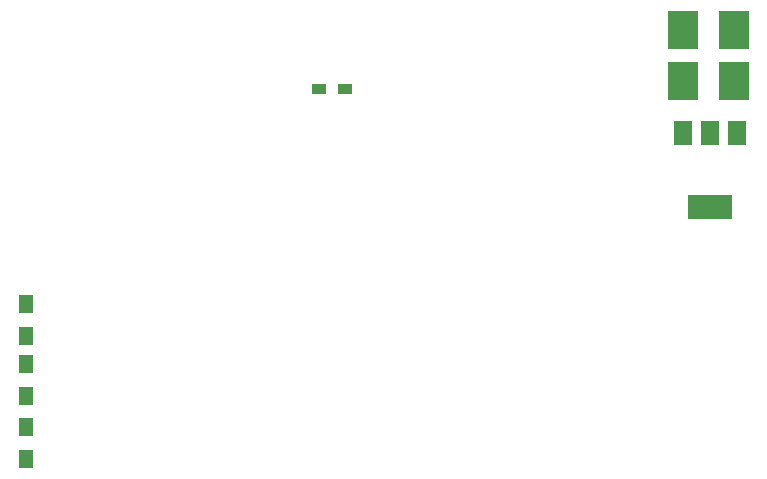
<source format=gtp>
G04 #@! TF.GenerationSoftware,KiCad,Pcbnew,no-vcs-found-5f4599f~59~ubuntu16.04.1*
G04 #@! TF.CreationDate,2017-07-19T11:29:47+03:00*
G04 #@! TF.ProjectId,serial_gw_maple_mini,73657269616C5F67775F6D61706C655F,rev?*
G04 #@! TF.SameCoordinates,Original
G04 #@! TF.FileFunction,Paste,Top*
G04 #@! TF.FilePolarity,Positive*
%FSLAX46Y46*%
G04 Gerber Fmt 4.6, Leading zero omitted, Abs format (unit mm)*
G04 Created by KiCad (PCBNEW no-vcs-found-5f4599f~59~ubuntu16.04.1) date Wed Jul 19 11:29:47 2017*
%MOMM*%
%LPD*%
G01*
G04 APERTURE LIST*
%ADD10R,2.500000X3.200000*%
%ADD11R,1.200000X0.900000*%
%ADD12R,1.500000X2.000000*%
%ADD13R,3.800000X2.000000*%
%ADD14R,1.300000X1.500000*%
G04 APERTURE END LIST*
D10*
X198882000Y-46618000D03*
X198882000Y-50918000D03*
X203200000Y-50918000D03*
X203200000Y-46618000D03*
D11*
X168064000Y-51562000D03*
X170264000Y-51562000D03*
D12*
X203468000Y-55270000D03*
X198868000Y-55270000D03*
X201168000Y-55270000D03*
D13*
X201168000Y-61570000D03*
D14*
X143256000Y-80184000D03*
X143256000Y-82884000D03*
X143256000Y-77550000D03*
X143256000Y-74850000D03*
X143256000Y-69770000D03*
X143256000Y-72470000D03*
M02*

</source>
